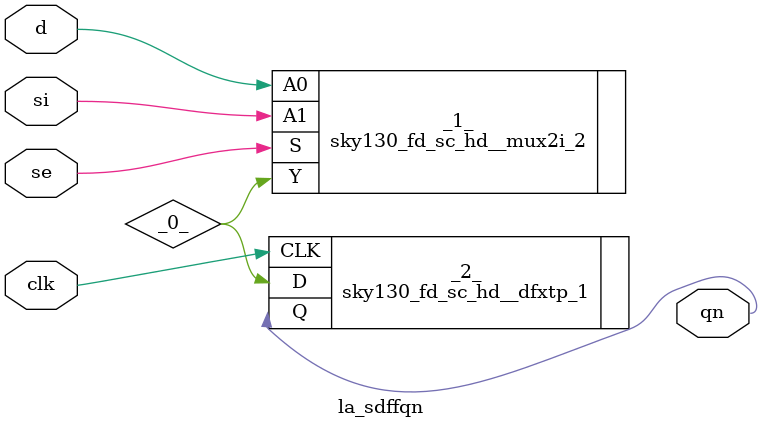
<source format=v>

/* Generated by Yosys 0.44 (git sha1 80ba43d26, g++ 11.4.0-1ubuntu1~22.04 -fPIC -O3) */

(* top =  1  *)
(* src = "generated" *)
module la_sdffqn (
    d,
    si,
    se,
    clk,
    qn
);
  (* src = "generated" *)
  wire _0_;
  (* src = "generated" *)
  input clk;
  wire clk;
  (* src = "generated" *)
  input d;
  wire d;
  (* src = "generated" *)
  output qn;
  wire qn;
  (* src = "generated" *)
  input se;
  wire se;
  (* src = "generated" *)
  input si;
  wire si;
  sky130_fd_sc_hd__mux2i_2 _1_ (
      .A0(d),
      .A1(si),
      .S (se),
      .Y (_0_)
  );
  (* src = "generated" *)
  sky130_fd_sc_hd__dfxtp_1 _2_ (
      .CLK(clk),
      .D  (_0_),
      .Q  (qn)
  );
endmodule

</source>
